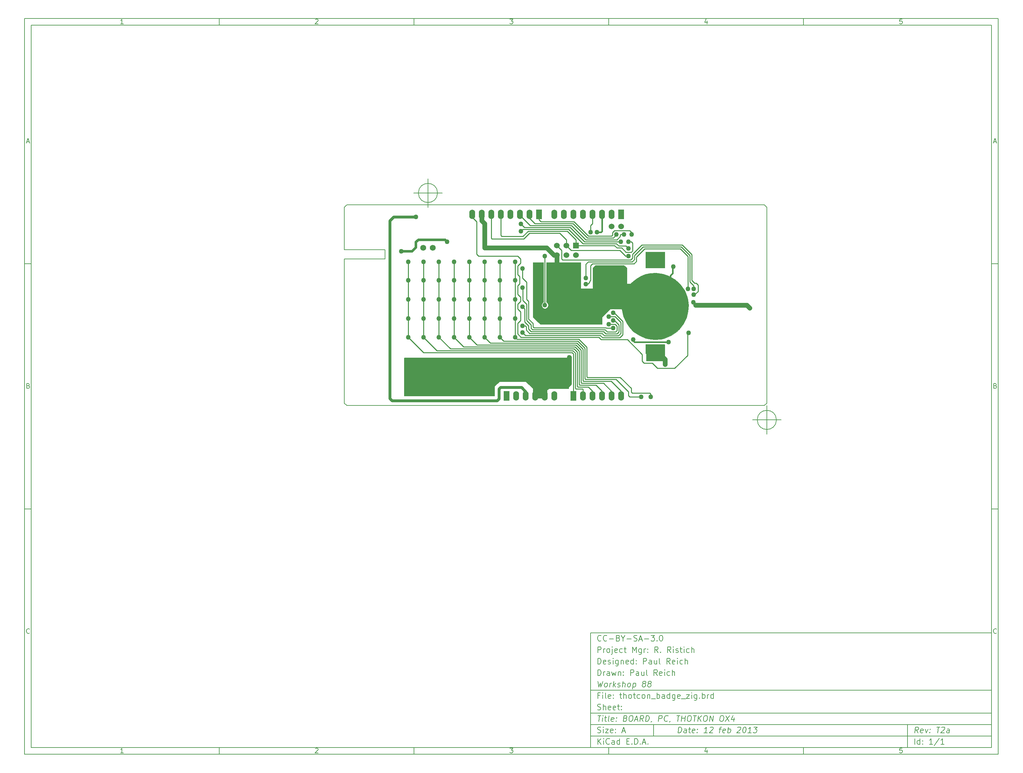
<source format=gbl>
G04 (created by PCBNEW (2012-11-15 BZR 3804)-stable) date Tue 12 Feb 2013 01:01:18 CST*
%MOIN*%
G04 Gerber Fmt 3.4, Leading zero omitted, Abs format*
%FSLAX34Y34*%
G01*
G70*
G90*
G04 APERTURE LIST*
%ADD10C,0.006*%
%ADD11C,0.00590551*%
%ADD12R,0.045X0.045*%
%ADD13R,0.095X0.045*%
%ADD14R,0.045X0.095*%
%ADD15R,0.2X0.1*%
%ADD16C,0.06*%
%ADD17C,0.062*%
%ADD18R,0.06X0.1*%
%ADD19O,0.06X0.1*%
%ADD20R,0.06X0.06*%
%ADD21C,0.05*%
%ADD22C,0.015*%
%ADD23C,0.03*%
%ADD24C,0.01*%
%ADD25C,0.05*%
%ADD26C,0.025*%
%ADD27C,0.009*%
%ADD28C,0.002*%
%ADD29C,0.005*%
G04 APERTURE END LIST*
G54D10*
X-38750Y36250D02*
X63250Y36250D01*
X63250Y-40750D01*
X-38750Y-40750D01*
X-38750Y36250D01*
X-38050Y35550D02*
X62550Y35550D01*
X62550Y-40050D01*
X-38050Y-40050D01*
X-38050Y35550D01*
X-18350Y36250D02*
X-18350Y35550D01*
X-28407Y35697D02*
X-28692Y35697D01*
X-28550Y35697D02*
X-28550Y36197D01*
X-28597Y36126D01*
X-28645Y36078D01*
X-28692Y36054D01*
X-18350Y-40750D02*
X-18350Y-40050D01*
X-28407Y-40602D02*
X-28692Y-40602D01*
X-28550Y-40602D02*
X-28550Y-40102D01*
X-28597Y-40173D01*
X-28645Y-40221D01*
X-28692Y-40245D01*
X2050Y36250D02*
X2050Y35550D01*
X-8292Y36150D02*
X-8269Y36173D01*
X-8221Y36197D01*
X-8102Y36197D01*
X-8054Y36173D01*
X-8030Y36150D01*
X-8007Y36102D01*
X-8007Y36054D01*
X-8030Y35983D01*
X-8316Y35697D01*
X-8007Y35697D01*
X2050Y-40750D02*
X2050Y-40050D01*
X-8292Y-40150D02*
X-8269Y-40126D01*
X-8221Y-40102D01*
X-8102Y-40102D01*
X-8054Y-40126D01*
X-8030Y-40150D01*
X-8007Y-40197D01*
X-8007Y-40245D01*
X-8030Y-40316D01*
X-8316Y-40602D01*
X-8007Y-40602D01*
X22450Y36250D02*
X22450Y35550D01*
X12083Y36197D02*
X12392Y36197D01*
X12226Y36007D01*
X12297Y36007D01*
X12345Y35983D01*
X12369Y35959D01*
X12392Y35911D01*
X12392Y35792D01*
X12369Y35745D01*
X12345Y35721D01*
X12297Y35697D01*
X12154Y35697D01*
X12107Y35721D01*
X12083Y35745D01*
X22450Y-40750D02*
X22450Y-40050D01*
X12083Y-40102D02*
X12392Y-40102D01*
X12226Y-40292D01*
X12297Y-40292D01*
X12345Y-40316D01*
X12369Y-40340D01*
X12392Y-40388D01*
X12392Y-40507D01*
X12369Y-40554D01*
X12345Y-40578D01*
X12297Y-40602D01*
X12154Y-40602D01*
X12107Y-40578D01*
X12083Y-40554D01*
X42850Y36250D02*
X42850Y35550D01*
X32745Y36030D02*
X32745Y35697D01*
X32626Y36221D02*
X32507Y35864D01*
X32816Y35864D01*
X42850Y-40750D02*
X42850Y-40050D01*
X32745Y-40269D02*
X32745Y-40602D01*
X32626Y-40078D02*
X32507Y-40435D01*
X32816Y-40435D01*
X53169Y36197D02*
X52930Y36197D01*
X52907Y35959D01*
X52930Y35983D01*
X52978Y36007D01*
X53097Y36007D01*
X53145Y35983D01*
X53169Y35959D01*
X53192Y35911D01*
X53192Y35792D01*
X53169Y35745D01*
X53145Y35721D01*
X53097Y35697D01*
X52978Y35697D01*
X52930Y35721D01*
X52907Y35745D01*
X53169Y-40102D02*
X52930Y-40102D01*
X52907Y-40340D01*
X52930Y-40316D01*
X52978Y-40292D01*
X53097Y-40292D01*
X53145Y-40316D01*
X53169Y-40340D01*
X53192Y-40388D01*
X53192Y-40507D01*
X53169Y-40554D01*
X53145Y-40578D01*
X53097Y-40602D01*
X52978Y-40602D01*
X52930Y-40578D01*
X52907Y-40554D01*
X-38750Y10590D02*
X-38050Y10590D01*
X-38519Y23360D02*
X-38280Y23360D01*
X-38566Y23217D02*
X-38399Y23717D01*
X-38233Y23217D01*
X63250Y10590D02*
X62550Y10590D01*
X62780Y23360D02*
X63019Y23360D01*
X62733Y23217D02*
X62900Y23717D01*
X63066Y23217D01*
X-38750Y-15070D02*
X-38050Y-15070D01*
X-38364Y-2180D02*
X-38292Y-2204D01*
X-38269Y-2228D01*
X-38245Y-2275D01*
X-38245Y-2347D01*
X-38269Y-2394D01*
X-38292Y-2418D01*
X-38340Y-2442D01*
X-38530Y-2442D01*
X-38530Y-1942D01*
X-38364Y-1942D01*
X-38316Y-1966D01*
X-38292Y-1990D01*
X-38269Y-2037D01*
X-38269Y-2085D01*
X-38292Y-2132D01*
X-38316Y-2156D01*
X-38364Y-2180D01*
X-38530Y-2180D01*
X63250Y-15070D02*
X62550Y-15070D01*
X62935Y-2180D02*
X63007Y-2204D01*
X63030Y-2228D01*
X63054Y-2275D01*
X63054Y-2347D01*
X63030Y-2394D01*
X63007Y-2418D01*
X62959Y-2442D01*
X62769Y-2442D01*
X62769Y-1942D01*
X62935Y-1942D01*
X62983Y-1966D01*
X63007Y-1990D01*
X63030Y-2037D01*
X63030Y-2085D01*
X63007Y-2132D01*
X62983Y-2156D01*
X62935Y-2180D01*
X62769Y-2180D01*
X-38245Y-28054D02*
X-38269Y-28078D01*
X-38340Y-28102D01*
X-38388Y-28102D01*
X-38459Y-28078D01*
X-38507Y-28030D01*
X-38530Y-27983D01*
X-38554Y-27888D01*
X-38554Y-27816D01*
X-38530Y-27721D01*
X-38507Y-27673D01*
X-38459Y-27626D01*
X-38388Y-27602D01*
X-38340Y-27602D01*
X-38269Y-27626D01*
X-38245Y-27650D01*
X63054Y-28054D02*
X63030Y-28078D01*
X62959Y-28102D01*
X62911Y-28102D01*
X62840Y-28078D01*
X62792Y-28030D01*
X62769Y-27983D01*
X62745Y-27888D01*
X62745Y-27816D01*
X62769Y-27721D01*
X62792Y-27673D01*
X62840Y-27626D01*
X62911Y-27602D01*
X62959Y-27602D01*
X63030Y-27626D01*
X63054Y-27650D01*
X29700Y-38492D02*
X29775Y-37892D01*
X29917Y-37892D01*
X30000Y-37921D01*
X30050Y-37978D01*
X30071Y-38035D01*
X30085Y-38150D01*
X30075Y-38235D01*
X30032Y-38350D01*
X29996Y-38407D01*
X29932Y-38464D01*
X29842Y-38492D01*
X29700Y-38492D01*
X30557Y-38492D02*
X30596Y-38178D01*
X30575Y-38121D01*
X30521Y-38092D01*
X30407Y-38092D01*
X30346Y-38121D01*
X30560Y-38464D02*
X30500Y-38492D01*
X30357Y-38492D01*
X30303Y-38464D01*
X30282Y-38407D01*
X30289Y-38350D01*
X30325Y-38292D01*
X30385Y-38264D01*
X30528Y-38264D01*
X30589Y-38235D01*
X30807Y-38092D02*
X31035Y-38092D01*
X30917Y-37892D02*
X30853Y-38407D01*
X30875Y-38464D01*
X30928Y-38492D01*
X30985Y-38492D01*
X31417Y-38464D02*
X31357Y-38492D01*
X31242Y-38492D01*
X31189Y-38464D01*
X31167Y-38407D01*
X31196Y-38178D01*
X31232Y-38121D01*
X31292Y-38092D01*
X31407Y-38092D01*
X31460Y-38121D01*
X31482Y-38178D01*
X31475Y-38235D01*
X31182Y-38292D01*
X31707Y-38435D02*
X31732Y-38464D01*
X31700Y-38492D01*
X31675Y-38464D01*
X31707Y-38435D01*
X31700Y-38492D01*
X31746Y-38121D02*
X31771Y-38150D01*
X31739Y-38178D01*
X31714Y-38150D01*
X31746Y-38121D01*
X31739Y-38178D01*
X32757Y-38492D02*
X32414Y-38492D01*
X32585Y-38492D02*
X32660Y-37892D01*
X32592Y-37978D01*
X32528Y-38035D01*
X32467Y-38064D01*
X33053Y-37950D02*
X33085Y-37921D01*
X33146Y-37892D01*
X33289Y-37892D01*
X33342Y-37921D01*
X33367Y-37950D01*
X33389Y-38007D01*
X33382Y-38064D01*
X33342Y-38150D01*
X32957Y-38492D01*
X33328Y-38492D01*
X34007Y-38092D02*
X34235Y-38092D01*
X34042Y-38492D02*
X34107Y-37978D01*
X34142Y-37921D01*
X34203Y-37892D01*
X34260Y-37892D01*
X34617Y-38464D02*
X34557Y-38492D01*
X34442Y-38492D01*
X34389Y-38464D01*
X34367Y-38407D01*
X34396Y-38178D01*
X34432Y-38121D01*
X34492Y-38092D01*
X34607Y-38092D01*
X34660Y-38121D01*
X34682Y-38178D01*
X34675Y-38235D01*
X34382Y-38292D01*
X34900Y-38492D02*
X34975Y-37892D01*
X34946Y-38121D02*
X35007Y-38092D01*
X35121Y-38092D01*
X35175Y-38121D01*
X35200Y-38150D01*
X35221Y-38207D01*
X35200Y-38378D01*
X35164Y-38435D01*
X35132Y-38464D01*
X35071Y-38492D01*
X34957Y-38492D01*
X34903Y-38464D01*
X35939Y-37950D02*
X35971Y-37921D01*
X36032Y-37892D01*
X36175Y-37892D01*
X36228Y-37921D01*
X36253Y-37950D01*
X36275Y-38007D01*
X36267Y-38064D01*
X36228Y-38150D01*
X35842Y-38492D01*
X36214Y-38492D01*
X36660Y-37892D02*
X36717Y-37892D01*
X36771Y-37921D01*
X36796Y-37950D01*
X36817Y-38007D01*
X36832Y-38121D01*
X36814Y-38264D01*
X36771Y-38378D01*
X36735Y-38435D01*
X36703Y-38464D01*
X36642Y-38492D01*
X36585Y-38492D01*
X36532Y-38464D01*
X36507Y-38435D01*
X36485Y-38378D01*
X36471Y-38264D01*
X36489Y-38121D01*
X36532Y-38007D01*
X36567Y-37950D01*
X36600Y-37921D01*
X36660Y-37892D01*
X37357Y-38492D02*
X37014Y-38492D01*
X37185Y-38492D02*
X37260Y-37892D01*
X37192Y-37978D01*
X37128Y-38035D01*
X37067Y-38064D01*
X37632Y-37892D02*
X38003Y-37892D01*
X37775Y-38121D01*
X37860Y-38121D01*
X37914Y-38150D01*
X37939Y-38178D01*
X37960Y-38235D01*
X37942Y-38378D01*
X37907Y-38435D01*
X37875Y-38464D01*
X37814Y-38492D01*
X37642Y-38492D01*
X37589Y-38464D01*
X37564Y-38435D01*
X21292Y-39692D02*
X21292Y-39092D01*
X21635Y-39692D02*
X21378Y-39350D01*
X21635Y-39092D02*
X21292Y-39435D01*
X21892Y-39692D02*
X21892Y-39292D01*
X21892Y-39092D02*
X21864Y-39121D01*
X21892Y-39150D01*
X21921Y-39121D01*
X21892Y-39092D01*
X21892Y-39150D01*
X22521Y-39635D02*
X22492Y-39664D01*
X22407Y-39692D01*
X22350Y-39692D01*
X22264Y-39664D01*
X22207Y-39607D01*
X22178Y-39550D01*
X22150Y-39435D01*
X22150Y-39350D01*
X22178Y-39235D01*
X22207Y-39178D01*
X22264Y-39121D01*
X22350Y-39092D01*
X22407Y-39092D01*
X22492Y-39121D01*
X22521Y-39150D01*
X23035Y-39692D02*
X23035Y-39378D01*
X23007Y-39321D01*
X22950Y-39292D01*
X22835Y-39292D01*
X22778Y-39321D01*
X23035Y-39664D02*
X22978Y-39692D01*
X22835Y-39692D01*
X22778Y-39664D01*
X22750Y-39607D01*
X22750Y-39550D01*
X22778Y-39492D01*
X22835Y-39464D01*
X22978Y-39464D01*
X23035Y-39435D01*
X23578Y-39692D02*
X23578Y-39092D01*
X23578Y-39664D02*
X23521Y-39692D01*
X23407Y-39692D01*
X23350Y-39664D01*
X23321Y-39635D01*
X23292Y-39578D01*
X23292Y-39407D01*
X23321Y-39350D01*
X23350Y-39321D01*
X23407Y-39292D01*
X23521Y-39292D01*
X23578Y-39321D01*
X24321Y-39378D02*
X24521Y-39378D01*
X24607Y-39692D02*
X24321Y-39692D01*
X24321Y-39092D01*
X24607Y-39092D01*
X24864Y-39635D02*
X24892Y-39664D01*
X24864Y-39692D01*
X24835Y-39664D01*
X24864Y-39635D01*
X24864Y-39692D01*
X25149Y-39692D02*
X25149Y-39092D01*
X25292Y-39092D01*
X25378Y-39121D01*
X25435Y-39178D01*
X25464Y-39235D01*
X25492Y-39350D01*
X25492Y-39435D01*
X25464Y-39550D01*
X25435Y-39607D01*
X25378Y-39664D01*
X25292Y-39692D01*
X25149Y-39692D01*
X25749Y-39635D02*
X25778Y-39664D01*
X25749Y-39692D01*
X25721Y-39664D01*
X25749Y-39635D01*
X25749Y-39692D01*
X26007Y-39521D02*
X26292Y-39521D01*
X25949Y-39692D02*
X26149Y-39092D01*
X26349Y-39692D01*
X26549Y-39635D02*
X26578Y-39664D01*
X26549Y-39692D01*
X26521Y-39664D01*
X26549Y-39635D01*
X26549Y-39692D01*
X54842Y-38492D02*
X54678Y-38207D01*
X54500Y-38492D02*
X54575Y-37892D01*
X54803Y-37892D01*
X54857Y-37921D01*
X54882Y-37950D01*
X54903Y-38007D01*
X54892Y-38092D01*
X54857Y-38150D01*
X54825Y-38178D01*
X54764Y-38207D01*
X54535Y-38207D01*
X55332Y-38464D02*
X55271Y-38492D01*
X55157Y-38492D01*
X55103Y-38464D01*
X55082Y-38407D01*
X55110Y-38178D01*
X55146Y-38121D01*
X55207Y-38092D01*
X55321Y-38092D01*
X55375Y-38121D01*
X55396Y-38178D01*
X55389Y-38235D01*
X55096Y-38292D01*
X55607Y-38092D02*
X55700Y-38492D01*
X55892Y-38092D01*
X56078Y-38435D02*
X56103Y-38464D01*
X56071Y-38492D01*
X56046Y-38464D01*
X56078Y-38435D01*
X56071Y-38492D01*
X56117Y-38121D02*
X56142Y-38150D01*
X56110Y-38178D01*
X56085Y-38150D01*
X56117Y-38121D01*
X56110Y-38178D01*
X56803Y-37892D02*
X57146Y-37892D01*
X56900Y-38492D02*
X56975Y-37892D01*
X57310Y-37950D02*
X57342Y-37921D01*
X57403Y-37892D01*
X57546Y-37892D01*
X57600Y-37921D01*
X57625Y-37950D01*
X57646Y-38007D01*
X57639Y-38064D01*
X57600Y-38150D01*
X57214Y-38492D01*
X57585Y-38492D01*
X58100Y-38492D02*
X58139Y-38178D01*
X58117Y-38121D01*
X58064Y-38092D01*
X57950Y-38092D01*
X57889Y-38121D01*
X58103Y-38464D02*
X58042Y-38492D01*
X57900Y-38492D01*
X57846Y-38464D01*
X57825Y-38407D01*
X57832Y-38350D01*
X57867Y-38292D01*
X57928Y-38264D01*
X58071Y-38264D01*
X58132Y-38235D01*
X21264Y-38464D02*
X21350Y-38492D01*
X21492Y-38492D01*
X21550Y-38464D01*
X21578Y-38435D01*
X21607Y-38378D01*
X21607Y-38321D01*
X21578Y-38264D01*
X21550Y-38235D01*
X21492Y-38207D01*
X21378Y-38178D01*
X21321Y-38150D01*
X21292Y-38121D01*
X21264Y-38064D01*
X21264Y-38007D01*
X21292Y-37950D01*
X21321Y-37921D01*
X21378Y-37892D01*
X21521Y-37892D01*
X21607Y-37921D01*
X21864Y-38492D02*
X21864Y-38092D01*
X21864Y-37892D02*
X21835Y-37921D01*
X21864Y-37950D01*
X21892Y-37921D01*
X21864Y-37892D01*
X21864Y-37950D01*
X22092Y-38092D02*
X22407Y-38092D01*
X22092Y-38492D01*
X22407Y-38492D01*
X22864Y-38464D02*
X22807Y-38492D01*
X22692Y-38492D01*
X22635Y-38464D01*
X22607Y-38407D01*
X22607Y-38178D01*
X22635Y-38121D01*
X22692Y-38092D01*
X22807Y-38092D01*
X22864Y-38121D01*
X22892Y-38178D01*
X22892Y-38235D01*
X22607Y-38292D01*
X23150Y-38435D02*
X23178Y-38464D01*
X23150Y-38492D01*
X23121Y-38464D01*
X23150Y-38435D01*
X23150Y-38492D01*
X23150Y-38121D02*
X23178Y-38150D01*
X23150Y-38178D01*
X23121Y-38150D01*
X23150Y-38121D01*
X23150Y-38178D01*
X23864Y-38321D02*
X24150Y-38321D01*
X23807Y-38492D02*
X24007Y-37892D01*
X24207Y-38492D01*
X54492Y-39692D02*
X54492Y-39092D01*
X55035Y-39692D02*
X55035Y-39092D01*
X55035Y-39664D02*
X54978Y-39692D01*
X54864Y-39692D01*
X54807Y-39664D01*
X54778Y-39635D01*
X54750Y-39578D01*
X54750Y-39407D01*
X54778Y-39350D01*
X54807Y-39321D01*
X54864Y-39292D01*
X54978Y-39292D01*
X55035Y-39321D01*
X55321Y-39635D02*
X55350Y-39664D01*
X55321Y-39692D01*
X55292Y-39664D01*
X55321Y-39635D01*
X55321Y-39692D01*
X55321Y-39321D02*
X55350Y-39350D01*
X55321Y-39378D01*
X55292Y-39350D01*
X55321Y-39321D01*
X55321Y-39378D01*
X56378Y-39692D02*
X56035Y-39692D01*
X56207Y-39692D02*
X56207Y-39092D01*
X56149Y-39178D01*
X56092Y-39235D01*
X56035Y-39264D01*
X57064Y-39064D02*
X56550Y-39835D01*
X57578Y-39692D02*
X57235Y-39692D01*
X57407Y-39692D02*
X57407Y-39092D01*
X57349Y-39178D01*
X57292Y-39235D01*
X57235Y-39264D01*
X21289Y-36692D02*
X21632Y-36692D01*
X21385Y-37292D02*
X21460Y-36692D01*
X21757Y-37292D02*
X21807Y-36892D01*
X21832Y-36692D02*
X21800Y-36721D01*
X21825Y-36750D01*
X21857Y-36721D01*
X21832Y-36692D01*
X21825Y-36750D01*
X22007Y-36892D02*
X22235Y-36892D01*
X22117Y-36692D02*
X22053Y-37207D01*
X22075Y-37264D01*
X22128Y-37292D01*
X22185Y-37292D01*
X22471Y-37292D02*
X22417Y-37264D01*
X22396Y-37207D01*
X22460Y-36692D01*
X22932Y-37264D02*
X22871Y-37292D01*
X22757Y-37292D01*
X22703Y-37264D01*
X22682Y-37207D01*
X22710Y-36978D01*
X22746Y-36921D01*
X22807Y-36892D01*
X22921Y-36892D01*
X22975Y-36921D01*
X22996Y-36978D01*
X22989Y-37035D01*
X22696Y-37092D01*
X23221Y-37235D02*
X23246Y-37264D01*
X23214Y-37292D01*
X23189Y-37264D01*
X23221Y-37235D01*
X23214Y-37292D01*
X23260Y-36921D02*
X23285Y-36950D01*
X23253Y-36978D01*
X23228Y-36950D01*
X23260Y-36921D01*
X23253Y-36978D01*
X24196Y-36978D02*
X24278Y-37007D01*
X24303Y-37035D01*
X24325Y-37092D01*
X24314Y-37178D01*
X24278Y-37235D01*
X24246Y-37264D01*
X24185Y-37292D01*
X23957Y-37292D01*
X24032Y-36692D01*
X24232Y-36692D01*
X24285Y-36721D01*
X24310Y-36750D01*
X24332Y-36807D01*
X24325Y-36864D01*
X24289Y-36921D01*
X24257Y-36950D01*
X24196Y-36978D01*
X23996Y-36978D01*
X24746Y-36692D02*
X24860Y-36692D01*
X24914Y-36721D01*
X24964Y-36778D01*
X24978Y-36892D01*
X24953Y-37092D01*
X24910Y-37207D01*
X24846Y-37264D01*
X24785Y-37292D01*
X24671Y-37292D01*
X24617Y-37264D01*
X24567Y-37207D01*
X24553Y-37092D01*
X24578Y-36892D01*
X24621Y-36778D01*
X24685Y-36721D01*
X24746Y-36692D01*
X25178Y-37121D02*
X25464Y-37121D01*
X25100Y-37292D02*
X25375Y-36692D01*
X25500Y-37292D01*
X26042Y-37292D02*
X25878Y-37007D01*
X25700Y-37292D02*
X25775Y-36692D01*
X26003Y-36692D01*
X26057Y-36721D01*
X26082Y-36750D01*
X26103Y-36807D01*
X26092Y-36892D01*
X26057Y-36950D01*
X26025Y-36978D01*
X25964Y-37007D01*
X25735Y-37007D01*
X26300Y-37292D02*
X26375Y-36692D01*
X26517Y-36692D01*
X26600Y-36721D01*
X26650Y-36778D01*
X26671Y-36835D01*
X26685Y-36950D01*
X26675Y-37035D01*
X26632Y-37150D01*
X26596Y-37207D01*
X26532Y-37264D01*
X26442Y-37292D01*
X26300Y-37292D01*
X26932Y-37264D02*
X26928Y-37292D01*
X26892Y-37350D01*
X26860Y-37378D01*
X27642Y-37292D02*
X27717Y-36692D01*
X27946Y-36692D01*
X27999Y-36721D01*
X28025Y-36750D01*
X28046Y-36807D01*
X28035Y-36892D01*
X28000Y-36950D01*
X27967Y-36978D01*
X27907Y-37007D01*
X27678Y-37007D01*
X28592Y-37235D02*
X28560Y-37264D01*
X28471Y-37292D01*
X28414Y-37292D01*
X28332Y-37264D01*
X28282Y-37207D01*
X28260Y-37150D01*
X28246Y-37035D01*
X28257Y-36950D01*
X28300Y-36835D01*
X28335Y-36778D01*
X28399Y-36721D01*
X28489Y-36692D01*
X28546Y-36692D01*
X28628Y-36721D01*
X28653Y-36750D01*
X28875Y-37264D02*
X28871Y-37292D01*
X28835Y-37350D01*
X28803Y-37378D01*
X29575Y-36692D02*
X29917Y-36692D01*
X29671Y-37292D02*
X29746Y-36692D01*
X30042Y-37292D02*
X30117Y-36692D01*
X30082Y-36978D02*
X30425Y-36978D01*
X30385Y-37292D02*
X30460Y-36692D01*
X30860Y-36692D02*
X30975Y-36692D01*
X31028Y-36721D01*
X31078Y-36778D01*
X31092Y-36892D01*
X31067Y-37092D01*
X31024Y-37207D01*
X30960Y-37264D01*
X30900Y-37292D01*
X30785Y-37292D01*
X30732Y-37264D01*
X30682Y-37207D01*
X30667Y-37092D01*
X30692Y-36892D01*
X30735Y-36778D01*
X30799Y-36721D01*
X30860Y-36692D01*
X31289Y-36692D02*
X31632Y-36692D01*
X31385Y-37292D02*
X31460Y-36692D01*
X31757Y-37292D02*
X31832Y-36692D01*
X32099Y-37292D02*
X31885Y-36950D01*
X32174Y-36692D02*
X31789Y-37035D01*
X32546Y-36692D02*
X32660Y-36692D01*
X32714Y-36721D01*
X32764Y-36778D01*
X32778Y-36892D01*
X32753Y-37092D01*
X32710Y-37207D01*
X32646Y-37264D01*
X32585Y-37292D01*
X32471Y-37292D01*
X32417Y-37264D01*
X32367Y-37207D01*
X32353Y-37092D01*
X32378Y-36892D01*
X32421Y-36778D01*
X32485Y-36721D01*
X32546Y-36692D01*
X32985Y-37292D02*
X33060Y-36692D01*
X33328Y-37292D01*
X33403Y-36692D01*
X34260Y-36692D02*
X34374Y-36692D01*
X34428Y-36721D01*
X34478Y-36778D01*
X34492Y-36892D01*
X34467Y-37092D01*
X34424Y-37207D01*
X34360Y-37264D01*
X34299Y-37292D01*
X34185Y-37292D01*
X34132Y-37264D01*
X34082Y-37207D01*
X34067Y-37092D01*
X34092Y-36892D01*
X34135Y-36778D01*
X34199Y-36721D01*
X34260Y-36692D01*
X34717Y-36692D02*
X35042Y-37292D01*
X35117Y-36692D02*
X34642Y-37292D01*
X35578Y-36892D02*
X35528Y-37292D01*
X35464Y-36664D02*
X35267Y-37092D01*
X35639Y-37092D01*
X21492Y-34578D02*
X21292Y-34578D01*
X21292Y-34892D02*
X21292Y-34292D01*
X21578Y-34292D01*
X21807Y-34892D02*
X21807Y-34492D01*
X21807Y-34292D02*
X21778Y-34321D01*
X21807Y-34350D01*
X21835Y-34321D01*
X21807Y-34292D01*
X21807Y-34350D01*
X22178Y-34892D02*
X22121Y-34864D01*
X22092Y-34807D01*
X22092Y-34292D01*
X22635Y-34864D02*
X22578Y-34892D01*
X22464Y-34892D01*
X22407Y-34864D01*
X22378Y-34807D01*
X22378Y-34578D01*
X22407Y-34521D01*
X22464Y-34492D01*
X22578Y-34492D01*
X22635Y-34521D01*
X22664Y-34578D01*
X22664Y-34635D01*
X22378Y-34692D01*
X22921Y-34835D02*
X22950Y-34864D01*
X22921Y-34892D01*
X22892Y-34864D01*
X22921Y-34835D01*
X22921Y-34892D01*
X22921Y-34521D02*
X22950Y-34550D01*
X22921Y-34578D01*
X22892Y-34550D01*
X22921Y-34521D01*
X22921Y-34578D01*
X23578Y-34492D02*
X23807Y-34492D01*
X23664Y-34292D02*
X23664Y-34807D01*
X23692Y-34864D01*
X23750Y-34892D01*
X23807Y-34892D01*
X24007Y-34892D02*
X24007Y-34292D01*
X24264Y-34892D02*
X24264Y-34578D01*
X24235Y-34521D01*
X24178Y-34492D01*
X24092Y-34492D01*
X24035Y-34521D01*
X24007Y-34550D01*
X24635Y-34892D02*
X24578Y-34864D01*
X24550Y-34835D01*
X24521Y-34778D01*
X24521Y-34607D01*
X24550Y-34550D01*
X24578Y-34521D01*
X24635Y-34492D01*
X24721Y-34492D01*
X24778Y-34521D01*
X24807Y-34550D01*
X24835Y-34607D01*
X24835Y-34778D01*
X24807Y-34835D01*
X24778Y-34864D01*
X24721Y-34892D01*
X24635Y-34892D01*
X25007Y-34492D02*
X25235Y-34492D01*
X25092Y-34292D02*
X25092Y-34807D01*
X25121Y-34864D01*
X25178Y-34892D01*
X25235Y-34892D01*
X25692Y-34864D02*
X25635Y-34892D01*
X25521Y-34892D01*
X25464Y-34864D01*
X25435Y-34835D01*
X25407Y-34778D01*
X25407Y-34607D01*
X25435Y-34550D01*
X25464Y-34521D01*
X25521Y-34492D01*
X25635Y-34492D01*
X25692Y-34521D01*
X26035Y-34892D02*
X25978Y-34864D01*
X25950Y-34835D01*
X25921Y-34778D01*
X25921Y-34607D01*
X25950Y-34550D01*
X25978Y-34521D01*
X26035Y-34492D01*
X26121Y-34492D01*
X26178Y-34521D01*
X26207Y-34550D01*
X26235Y-34607D01*
X26235Y-34778D01*
X26207Y-34835D01*
X26178Y-34864D01*
X26121Y-34892D01*
X26035Y-34892D01*
X26492Y-34492D02*
X26492Y-34892D01*
X26492Y-34550D02*
X26521Y-34521D01*
X26578Y-34492D01*
X26664Y-34492D01*
X26721Y-34521D01*
X26750Y-34578D01*
X26750Y-34892D01*
X26892Y-34950D02*
X27350Y-34950D01*
X27492Y-34892D02*
X27492Y-34292D01*
X27492Y-34521D02*
X27550Y-34492D01*
X27664Y-34492D01*
X27721Y-34521D01*
X27750Y-34550D01*
X27778Y-34607D01*
X27778Y-34778D01*
X27750Y-34835D01*
X27721Y-34864D01*
X27664Y-34892D01*
X27550Y-34892D01*
X27492Y-34864D01*
X28292Y-34892D02*
X28292Y-34578D01*
X28264Y-34521D01*
X28207Y-34492D01*
X28092Y-34492D01*
X28035Y-34521D01*
X28292Y-34864D02*
X28235Y-34892D01*
X28092Y-34892D01*
X28035Y-34864D01*
X28007Y-34807D01*
X28007Y-34750D01*
X28035Y-34692D01*
X28092Y-34664D01*
X28235Y-34664D01*
X28292Y-34635D01*
X28835Y-34892D02*
X28835Y-34292D01*
X28835Y-34864D02*
X28778Y-34892D01*
X28664Y-34892D01*
X28607Y-34864D01*
X28578Y-34835D01*
X28550Y-34778D01*
X28550Y-34607D01*
X28578Y-34550D01*
X28607Y-34521D01*
X28664Y-34492D01*
X28778Y-34492D01*
X28835Y-34521D01*
X29378Y-34492D02*
X29378Y-34978D01*
X29350Y-35035D01*
X29321Y-35064D01*
X29264Y-35092D01*
X29178Y-35092D01*
X29121Y-35064D01*
X29378Y-34864D02*
X29321Y-34892D01*
X29207Y-34892D01*
X29150Y-34864D01*
X29121Y-34835D01*
X29092Y-34778D01*
X29092Y-34607D01*
X29121Y-34550D01*
X29150Y-34521D01*
X29207Y-34492D01*
X29321Y-34492D01*
X29378Y-34521D01*
X29892Y-34864D02*
X29835Y-34892D01*
X29721Y-34892D01*
X29664Y-34864D01*
X29635Y-34807D01*
X29635Y-34578D01*
X29664Y-34521D01*
X29721Y-34492D01*
X29835Y-34492D01*
X29892Y-34521D01*
X29921Y-34578D01*
X29921Y-34635D01*
X29635Y-34692D01*
X30035Y-34950D02*
X30492Y-34950D01*
X30578Y-34492D02*
X30892Y-34492D01*
X30578Y-34892D01*
X30892Y-34892D01*
X31121Y-34892D02*
X31121Y-34492D01*
X31121Y-34292D02*
X31092Y-34321D01*
X31121Y-34350D01*
X31150Y-34321D01*
X31121Y-34292D01*
X31121Y-34350D01*
X31664Y-34492D02*
X31664Y-34978D01*
X31635Y-35035D01*
X31607Y-35064D01*
X31549Y-35092D01*
X31464Y-35092D01*
X31407Y-35064D01*
X31664Y-34864D02*
X31607Y-34892D01*
X31492Y-34892D01*
X31435Y-34864D01*
X31407Y-34835D01*
X31378Y-34778D01*
X31378Y-34607D01*
X31407Y-34550D01*
X31435Y-34521D01*
X31492Y-34492D01*
X31607Y-34492D01*
X31664Y-34521D01*
X31949Y-34835D02*
X31978Y-34864D01*
X31949Y-34892D01*
X31921Y-34864D01*
X31949Y-34835D01*
X31949Y-34892D01*
X32235Y-34892D02*
X32235Y-34292D01*
X32235Y-34521D02*
X32292Y-34492D01*
X32407Y-34492D01*
X32464Y-34521D01*
X32492Y-34550D01*
X32521Y-34607D01*
X32521Y-34778D01*
X32492Y-34835D01*
X32464Y-34864D01*
X32407Y-34892D01*
X32292Y-34892D01*
X32235Y-34864D01*
X32778Y-34892D02*
X32778Y-34492D01*
X32778Y-34607D02*
X32807Y-34550D01*
X32835Y-34521D01*
X32892Y-34492D01*
X32949Y-34492D01*
X33407Y-34892D02*
X33407Y-34292D01*
X33407Y-34864D02*
X33349Y-34892D01*
X33235Y-34892D01*
X33178Y-34864D01*
X33149Y-34835D01*
X33121Y-34778D01*
X33121Y-34607D01*
X33149Y-34550D01*
X33178Y-34521D01*
X33235Y-34492D01*
X33349Y-34492D01*
X33407Y-34521D01*
X21264Y-36064D02*
X21350Y-36092D01*
X21492Y-36092D01*
X21550Y-36064D01*
X21578Y-36035D01*
X21607Y-35978D01*
X21607Y-35921D01*
X21578Y-35864D01*
X21550Y-35835D01*
X21492Y-35807D01*
X21378Y-35778D01*
X21321Y-35750D01*
X21292Y-35721D01*
X21264Y-35664D01*
X21264Y-35607D01*
X21292Y-35550D01*
X21321Y-35521D01*
X21378Y-35492D01*
X21521Y-35492D01*
X21607Y-35521D01*
X21864Y-36092D02*
X21864Y-35492D01*
X22121Y-36092D02*
X22121Y-35778D01*
X22092Y-35721D01*
X22035Y-35692D01*
X21950Y-35692D01*
X21892Y-35721D01*
X21864Y-35750D01*
X22635Y-36064D02*
X22578Y-36092D01*
X22464Y-36092D01*
X22407Y-36064D01*
X22378Y-36007D01*
X22378Y-35778D01*
X22407Y-35721D01*
X22464Y-35692D01*
X22578Y-35692D01*
X22635Y-35721D01*
X22664Y-35778D01*
X22664Y-35835D01*
X22378Y-35892D01*
X23150Y-36064D02*
X23092Y-36092D01*
X22978Y-36092D01*
X22921Y-36064D01*
X22892Y-36007D01*
X22892Y-35778D01*
X22921Y-35721D01*
X22978Y-35692D01*
X23092Y-35692D01*
X23150Y-35721D01*
X23178Y-35778D01*
X23178Y-35835D01*
X22892Y-35892D01*
X23350Y-35692D02*
X23578Y-35692D01*
X23435Y-35492D02*
X23435Y-36007D01*
X23464Y-36064D01*
X23521Y-36092D01*
X23578Y-36092D01*
X23778Y-36035D02*
X23807Y-36064D01*
X23778Y-36092D01*
X23750Y-36064D01*
X23778Y-36035D01*
X23778Y-36092D01*
X23778Y-35721D02*
X23807Y-35750D01*
X23778Y-35778D01*
X23750Y-35750D01*
X23778Y-35721D01*
X23778Y-35778D01*
X21317Y-33092D02*
X21385Y-33692D01*
X21553Y-33264D01*
X21614Y-33692D01*
X21832Y-33092D01*
X22071Y-33692D02*
X22017Y-33664D01*
X21992Y-33635D01*
X21971Y-33578D01*
X21992Y-33407D01*
X22028Y-33350D01*
X22060Y-33321D01*
X22121Y-33292D01*
X22207Y-33292D01*
X22260Y-33321D01*
X22285Y-33350D01*
X22307Y-33407D01*
X22285Y-33578D01*
X22250Y-33635D01*
X22217Y-33664D01*
X22157Y-33692D01*
X22071Y-33692D01*
X22528Y-33692D02*
X22578Y-33292D01*
X22564Y-33407D02*
X22600Y-33350D01*
X22632Y-33321D01*
X22692Y-33292D01*
X22750Y-33292D01*
X22900Y-33692D02*
X22975Y-33092D01*
X22985Y-33464D02*
X23128Y-33692D01*
X23178Y-33292D02*
X22921Y-33521D01*
X23360Y-33664D02*
X23414Y-33692D01*
X23528Y-33692D01*
X23589Y-33664D01*
X23625Y-33607D01*
X23628Y-33578D01*
X23607Y-33521D01*
X23553Y-33492D01*
X23467Y-33492D01*
X23414Y-33464D01*
X23392Y-33407D01*
X23396Y-33378D01*
X23432Y-33321D01*
X23492Y-33292D01*
X23578Y-33292D01*
X23632Y-33321D01*
X23871Y-33692D02*
X23946Y-33092D01*
X24128Y-33692D02*
X24167Y-33378D01*
X24146Y-33321D01*
X24092Y-33292D01*
X24007Y-33292D01*
X23946Y-33321D01*
X23914Y-33350D01*
X24499Y-33692D02*
X24446Y-33664D01*
X24421Y-33635D01*
X24400Y-33578D01*
X24421Y-33407D01*
X24457Y-33350D01*
X24489Y-33321D01*
X24549Y-33292D01*
X24635Y-33292D01*
X24689Y-33321D01*
X24714Y-33350D01*
X24735Y-33407D01*
X24714Y-33578D01*
X24678Y-33635D01*
X24646Y-33664D01*
X24585Y-33692D01*
X24499Y-33692D01*
X25007Y-33292D02*
X24932Y-33892D01*
X25003Y-33321D02*
X25064Y-33292D01*
X25178Y-33292D01*
X25232Y-33321D01*
X25257Y-33350D01*
X25278Y-33407D01*
X25257Y-33578D01*
X25221Y-33635D01*
X25189Y-33664D01*
X25128Y-33692D01*
X25014Y-33692D01*
X24960Y-33664D01*
X26085Y-33350D02*
X26032Y-33321D01*
X26007Y-33292D01*
X25985Y-33235D01*
X25989Y-33207D01*
X26024Y-33150D01*
X26057Y-33121D01*
X26117Y-33092D01*
X26232Y-33092D01*
X26285Y-33121D01*
X26310Y-33150D01*
X26332Y-33207D01*
X26328Y-33235D01*
X26292Y-33292D01*
X26260Y-33321D01*
X26199Y-33350D01*
X26085Y-33350D01*
X26025Y-33378D01*
X25992Y-33407D01*
X25957Y-33464D01*
X25942Y-33578D01*
X25964Y-33635D01*
X25989Y-33664D01*
X26042Y-33692D01*
X26157Y-33692D01*
X26217Y-33664D01*
X26249Y-33635D01*
X26285Y-33578D01*
X26299Y-33464D01*
X26278Y-33407D01*
X26253Y-33378D01*
X26199Y-33350D01*
X26657Y-33350D02*
X26603Y-33321D01*
X26578Y-33292D01*
X26557Y-33235D01*
X26560Y-33207D01*
X26596Y-33150D01*
X26628Y-33121D01*
X26689Y-33092D01*
X26803Y-33092D01*
X26857Y-33121D01*
X26882Y-33150D01*
X26903Y-33207D01*
X26900Y-33235D01*
X26864Y-33292D01*
X26832Y-33321D01*
X26771Y-33350D01*
X26657Y-33350D01*
X26596Y-33378D01*
X26564Y-33407D01*
X26528Y-33464D01*
X26514Y-33578D01*
X26535Y-33635D01*
X26560Y-33664D01*
X26614Y-33692D01*
X26728Y-33692D01*
X26789Y-33664D01*
X26821Y-33635D01*
X26857Y-33578D01*
X26871Y-33464D01*
X26849Y-33407D01*
X26825Y-33378D01*
X26771Y-33350D01*
X21292Y-32492D02*
X21292Y-31892D01*
X21435Y-31892D01*
X21521Y-31921D01*
X21578Y-31978D01*
X21607Y-32035D01*
X21635Y-32150D01*
X21635Y-32235D01*
X21607Y-32350D01*
X21578Y-32407D01*
X21521Y-32464D01*
X21435Y-32492D01*
X21292Y-32492D01*
X21892Y-32492D02*
X21892Y-32092D01*
X21892Y-32207D02*
X21921Y-32150D01*
X21950Y-32121D01*
X22007Y-32092D01*
X22064Y-32092D01*
X22521Y-32492D02*
X22521Y-32178D01*
X22492Y-32121D01*
X22435Y-32092D01*
X22321Y-32092D01*
X22264Y-32121D01*
X22521Y-32464D02*
X22464Y-32492D01*
X22321Y-32492D01*
X22264Y-32464D01*
X22235Y-32407D01*
X22235Y-32350D01*
X22264Y-32292D01*
X22321Y-32264D01*
X22464Y-32264D01*
X22521Y-32235D01*
X22750Y-32092D02*
X22864Y-32492D01*
X22978Y-32207D01*
X23092Y-32492D01*
X23207Y-32092D01*
X23435Y-32092D02*
X23435Y-32492D01*
X23435Y-32150D02*
X23464Y-32121D01*
X23521Y-32092D01*
X23607Y-32092D01*
X23664Y-32121D01*
X23692Y-32178D01*
X23692Y-32492D01*
X23978Y-32435D02*
X24007Y-32464D01*
X23978Y-32492D01*
X23950Y-32464D01*
X23978Y-32435D01*
X23978Y-32492D01*
X23978Y-32121D02*
X24007Y-32150D01*
X23978Y-32178D01*
X23950Y-32150D01*
X23978Y-32121D01*
X23978Y-32178D01*
X24721Y-32492D02*
X24721Y-31892D01*
X24950Y-31892D01*
X25007Y-31921D01*
X25035Y-31950D01*
X25064Y-32007D01*
X25064Y-32092D01*
X25035Y-32150D01*
X25007Y-32178D01*
X24950Y-32207D01*
X24721Y-32207D01*
X25578Y-32492D02*
X25578Y-32178D01*
X25550Y-32121D01*
X25492Y-32092D01*
X25378Y-32092D01*
X25321Y-32121D01*
X25578Y-32464D02*
X25521Y-32492D01*
X25378Y-32492D01*
X25321Y-32464D01*
X25292Y-32407D01*
X25292Y-32350D01*
X25321Y-32292D01*
X25378Y-32264D01*
X25521Y-32264D01*
X25578Y-32235D01*
X26121Y-32092D02*
X26121Y-32492D01*
X25864Y-32092D02*
X25864Y-32407D01*
X25892Y-32464D01*
X25949Y-32492D01*
X26035Y-32492D01*
X26092Y-32464D01*
X26121Y-32435D01*
X26492Y-32492D02*
X26435Y-32464D01*
X26407Y-32407D01*
X26407Y-31892D01*
X27521Y-32492D02*
X27321Y-32207D01*
X27178Y-32492D02*
X27178Y-31892D01*
X27407Y-31892D01*
X27464Y-31921D01*
X27492Y-31950D01*
X27521Y-32007D01*
X27521Y-32092D01*
X27492Y-32150D01*
X27464Y-32178D01*
X27407Y-32207D01*
X27178Y-32207D01*
X28007Y-32464D02*
X27950Y-32492D01*
X27835Y-32492D01*
X27778Y-32464D01*
X27750Y-32407D01*
X27750Y-32178D01*
X27778Y-32121D01*
X27835Y-32092D01*
X27950Y-32092D01*
X28007Y-32121D01*
X28035Y-32178D01*
X28035Y-32235D01*
X27750Y-32292D01*
X28292Y-32492D02*
X28292Y-32092D01*
X28292Y-31892D02*
X28264Y-31921D01*
X28292Y-31950D01*
X28321Y-31921D01*
X28292Y-31892D01*
X28292Y-31950D01*
X28835Y-32464D02*
X28778Y-32492D01*
X28664Y-32492D01*
X28607Y-32464D01*
X28578Y-32435D01*
X28550Y-32378D01*
X28550Y-32207D01*
X28578Y-32150D01*
X28607Y-32121D01*
X28664Y-32092D01*
X28778Y-32092D01*
X28835Y-32121D01*
X29092Y-32492D02*
X29092Y-31892D01*
X29350Y-32492D02*
X29350Y-32178D01*
X29321Y-32121D01*
X29264Y-32092D01*
X29178Y-32092D01*
X29121Y-32121D01*
X29092Y-32150D01*
X21292Y-31292D02*
X21292Y-30692D01*
X21435Y-30692D01*
X21521Y-30721D01*
X21578Y-30778D01*
X21607Y-30835D01*
X21635Y-30950D01*
X21635Y-31035D01*
X21607Y-31150D01*
X21578Y-31207D01*
X21521Y-31264D01*
X21435Y-31292D01*
X21292Y-31292D01*
X22121Y-31264D02*
X22064Y-31292D01*
X21950Y-31292D01*
X21892Y-31264D01*
X21864Y-31207D01*
X21864Y-30978D01*
X21892Y-30921D01*
X21950Y-30892D01*
X22064Y-30892D01*
X22121Y-30921D01*
X22150Y-30978D01*
X22150Y-31035D01*
X21864Y-31092D01*
X22378Y-31264D02*
X22435Y-31292D01*
X22550Y-31292D01*
X22607Y-31264D01*
X22635Y-31207D01*
X22635Y-31178D01*
X22607Y-31121D01*
X22550Y-31092D01*
X22464Y-31092D01*
X22407Y-31064D01*
X22378Y-31007D01*
X22378Y-30978D01*
X22407Y-30921D01*
X22464Y-30892D01*
X22550Y-30892D01*
X22607Y-30921D01*
X22892Y-31292D02*
X22892Y-30892D01*
X22892Y-30692D02*
X22864Y-30721D01*
X22892Y-30750D01*
X22921Y-30721D01*
X22892Y-30692D01*
X22892Y-30750D01*
X23435Y-30892D02*
X23435Y-31378D01*
X23407Y-31435D01*
X23378Y-31464D01*
X23321Y-31492D01*
X23235Y-31492D01*
X23178Y-31464D01*
X23435Y-31264D02*
X23378Y-31292D01*
X23264Y-31292D01*
X23207Y-31264D01*
X23178Y-31235D01*
X23150Y-31178D01*
X23150Y-31007D01*
X23178Y-30950D01*
X23207Y-30921D01*
X23264Y-30892D01*
X23378Y-30892D01*
X23435Y-30921D01*
X23721Y-30892D02*
X23721Y-31292D01*
X23721Y-30950D02*
X23750Y-30921D01*
X23807Y-30892D01*
X23892Y-30892D01*
X23950Y-30921D01*
X23978Y-30978D01*
X23978Y-31292D01*
X24492Y-31264D02*
X24435Y-31292D01*
X24321Y-31292D01*
X24264Y-31264D01*
X24235Y-31207D01*
X24235Y-30978D01*
X24264Y-30921D01*
X24321Y-30892D01*
X24435Y-30892D01*
X24492Y-30921D01*
X24521Y-30978D01*
X24521Y-31035D01*
X24235Y-31092D01*
X25035Y-31292D02*
X25035Y-30692D01*
X25035Y-31264D02*
X24978Y-31292D01*
X24864Y-31292D01*
X24807Y-31264D01*
X24778Y-31235D01*
X24750Y-31178D01*
X24750Y-31007D01*
X24778Y-30950D01*
X24807Y-30921D01*
X24864Y-30892D01*
X24978Y-30892D01*
X25035Y-30921D01*
X25321Y-31235D02*
X25350Y-31264D01*
X25321Y-31292D01*
X25292Y-31264D01*
X25321Y-31235D01*
X25321Y-31292D01*
X25321Y-30921D02*
X25350Y-30950D01*
X25321Y-30978D01*
X25292Y-30950D01*
X25321Y-30921D01*
X25321Y-30978D01*
X26064Y-31292D02*
X26064Y-30692D01*
X26292Y-30692D01*
X26349Y-30721D01*
X26378Y-30750D01*
X26407Y-30807D01*
X26407Y-30892D01*
X26378Y-30950D01*
X26349Y-30978D01*
X26292Y-31007D01*
X26064Y-31007D01*
X26921Y-31292D02*
X26921Y-30978D01*
X26892Y-30921D01*
X26835Y-30892D01*
X26721Y-30892D01*
X26664Y-30921D01*
X26921Y-31264D02*
X26864Y-31292D01*
X26721Y-31292D01*
X26664Y-31264D01*
X26635Y-31207D01*
X26635Y-31150D01*
X26664Y-31092D01*
X26721Y-31064D01*
X26864Y-31064D01*
X26921Y-31035D01*
X27464Y-30892D02*
X27464Y-31292D01*
X27207Y-30892D02*
X27207Y-31207D01*
X27235Y-31264D01*
X27292Y-31292D01*
X27378Y-31292D01*
X27435Y-31264D01*
X27464Y-31235D01*
X27835Y-31292D02*
X27778Y-31264D01*
X27749Y-31207D01*
X27749Y-30692D01*
X28864Y-31292D02*
X28664Y-31007D01*
X28521Y-31292D02*
X28521Y-30692D01*
X28750Y-30692D01*
X28807Y-30721D01*
X28835Y-30750D01*
X28864Y-30807D01*
X28864Y-30892D01*
X28835Y-30950D01*
X28807Y-30978D01*
X28750Y-31007D01*
X28521Y-31007D01*
X29350Y-31264D02*
X29292Y-31292D01*
X29178Y-31292D01*
X29121Y-31264D01*
X29092Y-31207D01*
X29092Y-30978D01*
X29121Y-30921D01*
X29178Y-30892D01*
X29292Y-30892D01*
X29350Y-30921D01*
X29378Y-30978D01*
X29378Y-31035D01*
X29092Y-31092D01*
X29635Y-31292D02*
X29635Y-30892D01*
X29635Y-30692D02*
X29607Y-30721D01*
X29635Y-30750D01*
X29664Y-30721D01*
X29635Y-30692D01*
X29635Y-30750D01*
X30178Y-31264D02*
X30121Y-31292D01*
X30007Y-31292D01*
X29950Y-31264D01*
X29921Y-31235D01*
X29892Y-31178D01*
X29892Y-31007D01*
X29921Y-30950D01*
X29950Y-30921D01*
X30007Y-30892D01*
X30121Y-30892D01*
X30178Y-30921D01*
X30435Y-31292D02*
X30435Y-30692D01*
X30692Y-31292D02*
X30692Y-30978D01*
X30664Y-30921D01*
X30607Y-30892D01*
X30521Y-30892D01*
X30464Y-30921D01*
X30435Y-30950D01*
X21292Y-30092D02*
X21292Y-29492D01*
X21521Y-29492D01*
X21578Y-29521D01*
X21607Y-29550D01*
X21635Y-29607D01*
X21635Y-29692D01*
X21607Y-29750D01*
X21578Y-29778D01*
X21521Y-29807D01*
X21292Y-29807D01*
X21892Y-30092D02*
X21892Y-29692D01*
X21892Y-29807D02*
X21921Y-29750D01*
X21950Y-29721D01*
X22007Y-29692D01*
X22064Y-29692D01*
X22350Y-30092D02*
X22292Y-30064D01*
X22264Y-30035D01*
X22235Y-29978D01*
X22235Y-29807D01*
X22264Y-29750D01*
X22292Y-29721D01*
X22350Y-29692D01*
X22435Y-29692D01*
X22492Y-29721D01*
X22521Y-29750D01*
X22550Y-29807D01*
X22550Y-29978D01*
X22521Y-30035D01*
X22492Y-30064D01*
X22435Y-30092D01*
X22350Y-30092D01*
X22807Y-29692D02*
X22807Y-30207D01*
X22778Y-30264D01*
X22721Y-30292D01*
X22692Y-30292D01*
X22807Y-29492D02*
X22778Y-29521D01*
X22807Y-29550D01*
X22835Y-29521D01*
X22807Y-29492D01*
X22807Y-29550D01*
X23321Y-30064D02*
X23264Y-30092D01*
X23150Y-30092D01*
X23092Y-30064D01*
X23064Y-30007D01*
X23064Y-29778D01*
X23092Y-29721D01*
X23150Y-29692D01*
X23264Y-29692D01*
X23321Y-29721D01*
X23350Y-29778D01*
X23350Y-29835D01*
X23064Y-29892D01*
X23864Y-30064D02*
X23807Y-30092D01*
X23692Y-30092D01*
X23635Y-30064D01*
X23607Y-30035D01*
X23578Y-29978D01*
X23578Y-29807D01*
X23607Y-29750D01*
X23635Y-29721D01*
X23692Y-29692D01*
X23807Y-29692D01*
X23864Y-29721D01*
X24035Y-29692D02*
X24264Y-29692D01*
X24121Y-29492D02*
X24121Y-30007D01*
X24150Y-30064D01*
X24207Y-30092D01*
X24264Y-30092D01*
X24921Y-30092D02*
X24921Y-29492D01*
X25121Y-29921D01*
X25321Y-29492D01*
X25321Y-30092D01*
X25864Y-29692D02*
X25864Y-30178D01*
X25835Y-30235D01*
X25807Y-30264D01*
X25750Y-30292D01*
X25664Y-30292D01*
X25607Y-30264D01*
X25864Y-30064D02*
X25807Y-30092D01*
X25692Y-30092D01*
X25635Y-30064D01*
X25607Y-30035D01*
X25578Y-29978D01*
X25578Y-29807D01*
X25607Y-29750D01*
X25635Y-29721D01*
X25692Y-29692D01*
X25807Y-29692D01*
X25864Y-29721D01*
X26150Y-30092D02*
X26150Y-29692D01*
X26150Y-29807D02*
X26178Y-29750D01*
X26207Y-29721D01*
X26264Y-29692D01*
X26321Y-29692D01*
X26521Y-30035D02*
X26550Y-30064D01*
X26521Y-30092D01*
X26492Y-30064D01*
X26521Y-30035D01*
X26521Y-30092D01*
X26521Y-29721D02*
X26550Y-29750D01*
X26521Y-29778D01*
X26492Y-29750D01*
X26521Y-29721D01*
X26521Y-29778D01*
X27607Y-30092D02*
X27407Y-29807D01*
X27264Y-30092D02*
X27264Y-29492D01*
X27492Y-29492D01*
X27550Y-29521D01*
X27578Y-29550D01*
X27607Y-29607D01*
X27607Y-29692D01*
X27578Y-29750D01*
X27550Y-29778D01*
X27492Y-29807D01*
X27264Y-29807D01*
X27864Y-30035D02*
X27892Y-30064D01*
X27864Y-30092D01*
X27835Y-30064D01*
X27864Y-30035D01*
X27864Y-30092D01*
X28950Y-30092D02*
X28750Y-29807D01*
X28607Y-30092D02*
X28607Y-29492D01*
X28835Y-29492D01*
X28892Y-29521D01*
X28921Y-29550D01*
X28950Y-29607D01*
X28950Y-29692D01*
X28921Y-29750D01*
X28892Y-29778D01*
X28835Y-29807D01*
X28607Y-29807D01*
X29207Y-30092D02*
X29207Y-29692D01*
X29207Y-29492D02*
X29178Y-29521D01*
X29207Y-29550D01*
X29235Y-29521D01*
X29207Y-29492D01*
X29207Y-29550D01*
X29464Y-30064D02*
X29521Y-30092D01*
X29635Y-30092D01*
X29692Y-30064D01*
X29721Y-30007D01*
X29721Y-29978D01*
X29692Y-29921D01*
X29635Y-29892D01*
X29550Y-29892D01*
X29492Y-29864D01*
X29464Y-29807D01*
X29464Y-29778D01*
X29492Y-29721D01*
X29550Y-29692D01*
X29635Y-29692D01*
X29692Y-29721D01*
X29892Y-29692D02*
X30121Y-29692D01*
X29978Y-29492D02*
X29978Y-30007D01*
X30007Y-30064D01*
X30064Y-30092D01*
X30121Y-30092D01*
X30321Y-30092D02*
X30321Y-29692D01*
X30321Y-29492D02*
X30292Y-29521D01*
X30321Y-29550D01*
X30350Y-29521D01*
X30321Y-29492D01*
X30321Y-29550D01*
X30864Y-30064D02*
X30807Y-30092D01*
X30692Y-30092D01*
X30635Y-30064D01*
X30607Y-30035D01*
X30578Y-29978D01*
X30578Y-29807D01*
X30607Y-29750D01*
X30635Y-29721D01*
X30692Y-29692D01*
X30807Y-29692D01*
X30864Y-29721D01*
X31121Y-30092D02*
X31121Y-29492D01*
X31378Y-30092D02*
X31378Y-29778D01*
X31350Y-29721D01*
X31292Y-29692D01*
X31207Y-29692D01*
X31150Y-29721D01*
X31121Y-29750D01*
X21635Y-28835D02*
X21607Y-28864D01*
X21521Y-28892D01*
X21464Y-28892D01*
X21378Y-28864D01*
X21321Y-28807D01*
X21292Y-28750D01*
X21264Y-28635D01*
X21264Y-28550D01*
X21292Y-28435D01*
X21321Y-28378D01*
X21378Y-28321D01*
X21464Y-28292D01*
X21521Y-28292D01*
X21607Y-28321D01*
X21635Y-28350D01*
X22235Y-28835D02*
X22207Y-28864D01*
X22121Y-28892D01*
X22064Y-28892D01*
X21978Y-28864D01*
X21921Y-28807D01*
X21892Y-28750D01*
X21864Y-28635D01*
X21864Y-28550D01*
X21892Y-28435D01*
X21921Y-28378D01*
X21978Y-28321D01*
X22064Y-28292D01*
X22121Y-28292D01*
X22207Y-28321D01*
X22235Y-28350D01*
X22492Y-28664D02*
X22950Y-28664D01*
X23435Y-28578D02*
X23521Y-28607D01*
X23550Y-28635D01*
X23578Y-28692D01*
X23578Y-28778D01*
X23550Y-28835D01*
X23521Y-28864D01*
X23464Y-28892D01*
X23235Y-28892D01*
X23235Y-28292D01*
X23435Y-28292D01*
X23492Y-28321D01*
X23521Y-28350D01*
X23550Y-28407D01*
X23550Y-28464D01*
X23521Y-28521D01*
X23492Y-28550D01*
X23435Y-28578D01*
X23235Y-28578D01*
X23950Y-28607D02*
X23950Y-28892D01*
X23750Y-28292D02*
X23950Y-28607D01*
X24150Y-28292D01*
X24350Y-28664D02*
X24807Y-28664D01*
X25064Y-28864D02*
X25150Y-28892D01*
X25292Y-28892D01*
X25350Y-28864D01*
X25378Y-28835D01*
X25407Y-28778D01*
X25407Y-28721D01*
X25378Y-28664D01*
X25350Y-28635D01*
X25292Y-28607D01*
X25178Y-28578D01*
X25121Y-28550D01*
X25092Y-28521D01*
X25064Y-28464D01*
X25064Y-28407D01*
X25092Y-28350D01*
X25121Y-28321D01*
X25178Y-28292D01*
X25321Y-28292D01*
X25407Y-28321D01*
X25635Y-28721D02*
X25921Y-28721D01*
X25578Y-28892D02*
X25778Y-28292D01*
X25978Y-28892D01*
X26178Y-28664D02*
X26635Y-28664D01*
X26864Y-28292D02*
X27235Y-28292D01*
X27035Y-28521D01*
X27121Y-28521D01*
X27178Y-28550D01*
X27207Y-28578D01*
X27235Y-28635D01*
X27235Y-28778D01*
X27207Y-28835D01*
X27178Y-28864D01*
X27121Y-28892D01*
X26950Y-28892D01*
X26892Y-28864D01*
X26864Y-28835D01*
X27492Y-28835D02*
X27521Y-28864D01*
X27492Y-28892D01*
X27464Y-28864D01*
X27492Y-28835D01*
X27492Y-28892D01*
X27892Y-28292D02*
X27950Y-28292D01*
X28007Y-28321D01*
X28035Y-28350D01*
X28064Y-28407D01*
X28092Y-28521D01*
X28092Y-28664D01*
X28064Y-28778D01*
X28035Y-28835D01*
X28007Y-28864D01*
X27950Y-28892D01*
X27892Y-28892D01*
X27835Y-28864D01*
X27807Y-28835D01*
X27778Y-28778D01*
X27750Y-28664D01*
X27750Y-28521D01*
X27778Y-28407D01*
X27807Y-28350D01*
X27835Y-28321D01*
X27892Y-28292D01*
X20550Y-28050D02*
X20550Y-40050D01*
X20550Y-34050D02*
X62550Y-34050D01*
X20550Y-28050D02*
X62550Y-28050D01*
X20550Y-36450D02*
X62550Y-36450D01*
X53750Y-37650D02*
X53750Y-40050D01*
X20550Y-38850D02*
X62550Y-38850D01*
X20550Y-37650D02*
X62550Y-37650D01*
X27150Y-37650D02*
X27150Y-38850D01*
X4500Y18000D02*
G75*
G03X4500Y18000I-1000J0D01*
G74*
G01*
X2000Y18000D02*
X5000Y18000D01*
X3500Y19500D02*
X3500Y16500D01*
X40000Y-5750D02*
G75*
G03X40000Y-5750I-1000J0D01*
G74*
G01*
X37500Y-5750D02*
X40500Y-5750D01*
X39000Y-4250D02*
X39000Y-7250D01*
X39000Y16500D02*
X38750Y16750D01*
X38750Y-4250D02*
X39000Y-4000D01*
X-5000Y-4250D02*
X-5250Y-4000D01*
X-5250Y16500D02*
X-5000Y16750D01*
X-5250Y11100D02*
X-5250Y-4000D01*
X-5250Y16500D02*
X-5250Y12050D01*
X-1000Y11100D02*
X-5250Y11100D01*
X-1000Y12050D02*
X-1000Y11100D01*
X-5250Y12050D02*
X-1000Y12050D01*
G54D11*
X38750Y16750D02*
X-5000Y16750D01*
G54D10*
X39000Y-4000D02*
X39000Y16500D01*
G54D11*
X-5000Y-4250D02*
X38750Y-4250D01*
G54D12*
X28700Y6850D03*
X28700Y5450D03*
X27300Y5450D03*
X27300Y6850D03*
G54D13*
X28000Y5450D03*
G54D14*
X27300Y6150D03*
G54D13*
X28000Y6850D03*
G54D14*
X28700Y6150D03*
G54D15*
X27300Y10650D03*
X27300Y1650D03*
G54D16*
X27300Y6150D03*
X23750Y14500D03*
X22750Y14500D03*
G54D17*
X4000Y12250D03*
X3000Y12250D03*
G54D18*
X15150Y15750D03*
G54D19*
X14150Y15750D03*
X13150Y15750D03*
X12150Y15750D03*
X11150Y15750D03*
X10150Y15750D03*
X9150Y15750D03*
X8150Y15750D03*
G54D18*
X23750Y15750D03*
G54D19*
X22750Y15750D03*
X21750Y15750D03*
X20750Y15750D03*
X19750Y15750D03*
X18750Y15750D03*
X17750Y15750D03*
X16750Y15750D03*
G54D18*
X11750Y-3250D03*
G54D19*
X12750Y-3250D03*
X13750Y-3250D03*
X14750Y-3250D03*
X15750Y-3250D03*
X16750Y-3250D03*
G54D18*
X18750Y-3250D03*
G54D19*
X19750Y-3250D03*
X20750Y-3250D03*
X21750Y-3250D03*
X22750Y-3250D03*
X23750Y-3250D03*
G54D20*
X19000Y12500D03*
G54D16*
X19000Y11500D03*
X18000Y12500D03*
X18000Y11500D03*
X17000Y12500D03*
X17000Y11500D03*
G54D21*
X28700Y2400D03*
X25000Y2650D03*
X2250Y15500D03*
X24500Y11400D03*
X13250Y14000D03*
X24500Y12200D03*
X24500Y12900D03*
X24850Y13650D03*
X13250Y14750D03*
X23700Y12900D03*
X24050Y13650D03*
X23250Y13650D03*
X13400Y3400D03*
X22900Y5450D03*
X22450Y5050D03*
X13400Y4100D03*
X22900Y4650D03*
X13400Y6100D03*
X22450Y4250D03*
X13400Y8100D03*
X22900Y3850D03*
X13400Y10100D03*
X20550Y13900D03*
X21200Y13900D03*
X1450Y4850D03*
X1450Y2900D03*
X1450Y6850D03*
X1450Y10800D03*
X1450Y8850D03*
X3050Y4850D03*
X3050Y2900D03*
X3050Y6850D03*
X3050Y10800D03*
X3050Y8850D03*
X4650Y4850D03*
X4650Y2900D03*
X4650Y6850D03*
X4650Y10800D03*
X4650Y8850D03*
X6250Y2900D03*
X6250Y4850D03*
X6250Y6850D03*
X6250Y10800D03*
X6250Y8850D03*
X7850Y4850D03*
X7850Y6850D03*
X7850Y2900D03*
X7850Y10800D03*
X7850Y8850D03*
X9450Y4850D03*
X9450Y2900D03*
X9450Y6850D03*
X9450Y8850D03*
X9450Y10800D03*
X11050Y6850D03*
X11050Y2900D03*
X25850Y-3350D03*
X11050Y4850D03*
X11050Y10800D03*
X11050Y8850D03*
X12650Y6850D03*
X12650Y2900D03*
X12650Y4850D03*
X12650Y8850D03*
X12650Y10800D03*
X26850Y-3350D03*
X9450Y13459D03*
X17450Y5200D03*
X18300Y800D03*
X24700Y5450D03*
X27150Y8750D03*
X700Y11900D03*
X5500Y12900D03*
X29200Y10300D03*
X28900Y8750D03*
X24700Y7450D03*
X27450Y2900D03*
X30800Y3350D03*
X31300Y6550D03*
X37200Y5950D03*
X28350Y50D03*
X20050Y9100D03*
X31350Y7950D03*
X20050Y8450D03*
X30750Y7950D03*
X15750Y11400D03*
X15750Y6250D03*
X31350Y7350D03*
G54D22*
X25150Y2400D02*
X25000Y2550D01*
X28700Y2400D02*
X25150Y2400D01*
X25000Y2550D02*
X25000Y2650D01*
G54D23*
X13750Y-3250D02*
X13750Y-2800D01*
X10950Y-3550D02*
X10750Y-3750D01*
X13300Y-2350D02*
X11100Y-2350D01*
X10750Y-3750D02*
X-250Y-3750D01*
X-250Y-3750D02*
X-500Y-3500D01*
X-500Y-3500D02*
X-500Y500D01*
X-500Y500D02*
X-500Y15100D01*
X11100Y-2350D02*
X10950Y-2500D01*
X10950Y-2500D02*
X10950Y-3550D01*
X13750Y-2800D02*
X13300Y-2350D01*
X2250Y15500D02*
X-100Y15500D01*
X-100Y15500D02*
X-500Y15100D01*
G54D24*
X18000Y13100D02*
X17300Y13800D01*
X10150Y15750D02*
X10150Y13250D01*
X10200Y13200D02*
X13550Y13200D01*
X10150Y13250D02*
X10200Y13200D01*
X18000Y12500D02*
X18000Y13100D01*
X14150Y13800D02*
X13550Y13200D01*
X17300Y13800D02*
X14150Y13800D01*
X24500Y11400D02*
X24200Y11400D01*
X18500Y12000D02*
X18000Y12500D01*
X23600Y12000D02*
X18500Y12000D01*
X24200Y11400D02*
X23600Y12000D01*
X19750Y12700D02*
X18250Y14200D01*
X24250Y12450D02*
X23500Y12450D01*
X23500Y12450D02*
X23250Y12700D01*
X23250Y12700D02*
X19750Y12700D01*
X13250Y14000D02*
X13450Y14200D01*
X13450Y14200D02*
X18250Y14200D01*
X24500Y12200D02*
X24250Y12450D01*
X19000Y12500D02*
X19000Y13100D01*
X11150Y13550D02*
X11150Y15750D01*
X11250Y13450D02*
X11150Y13550D01*
X13450Y13450D02*
X11250Y13450D01*
X14000Y14000D02*
X13450Y13450D01*
X18100Y14000D02*
X14000Y14000D01*
X19000Y13100D02*
X18100Y14000D01*
X19150Y12650D02*
X19000Y12500D01*
X24500Y12900D02*
X24800Y12900D01*
X24800Y12900D02*
X24950Y12750D01*
X24950Y11950D02*
X24800Y11800D01*
X24800Y11800D02*
X24250Y11800D01*
X23050Y12500D02*
X23300Y12250D01*
X19000Y12500D02*
X23050Y12500D01*
X23800Y12250D02*
X24250Y11800D01*
X23300Y12250D02*
X23800Y12250D01*
X24950Y12750D02*
X24950Y11950D01*
X20300Y13500D02*
X18800Y15000D01*
X24850Y13650D02*
X24850Y13850D01*
X15150Y15200D02*
X15150Y15750D01*
X15350Y15000D02*
X15150Y15200D01*
X18800Y15000D02*
X15350Y15000D01*
X22750Y13500D02*
X20300Y13500D01*
X23050Y14050D02*
X22850Y13850D01*
X22850Y13850D02*
X22850Y13600D01*
X22850Y13600D02*
X22750Y13500D01*
X24650Y14050D02*
X23050Y14050D01*
X24850Y13850D02*
X24650Y14050D01*
X19900Y12900D02*
X18400Y14400D01*
X13600Y14400D02*
X18400Y14400D01*
X13250Y14750D02*
X13600Y14400D01*
X23700Y12900D02*
X19900Y12900D01*
X20050Y13100D02*
X18550Y14600D01*
X13150Y15650D02*
X13150Y15750D01*
X14200Y14600D02*
X13150Y15650D01*
X18550Y14600D02*
X14200Y14600D01*
X23300Y13100D02*
X20050Y13100D01*
X24050Y13650D02*
X23700Y13650D01*
X23700Y13650D02*
X23650Y13600D01*
X23650Y13600D02*
X23650Y13450D01*
X23650Y13450D02*
X23300Y13100D01*
X20200Y13300D02*
X18700Y14800D01*
X18700Y14800D02*
X14700Y14800D01*
X23250Y13650D02*
X22951Y13298D01*
X14150Y15350D02*
X14150Y15750D01*
X14700Y14800D02*
X14150Y15350D01*
X22951Y13298D02*
X20200Y13300D01*
X13400Y3400D02*
X13400Y3390D01*
X13690Y3100D02*
X21550Y3100D01*
X13400Y3390D02*
X13690Y3100D01*
X21800Y2850D02*
X21550Y3100D01*
X23000Y5450D02*
X23900Y4550D01*
X22900Y5450D02*
X23000Y5450D01*
X23900Y4550D02*
X23900Y3150D01*
X23900Y3150D02*
X23600Y2850D01*
X23600Y2850D02*
X21800Y2850D01*
X22000Y3050D02*
X21750Y3300D01*
X22450Y5050D02*
X23100Y5050D01*
X23700Y4450D02*
X23100Y5050D01*
X23700Y3300D02*
X23700Y4450D01*
X23450Y3050D02*
X23700Y3300D01*
X22000Y3050D02*
X23450Y3050D01*
X13800Y4000D02*
X13800Y3650D01*
X13700Y4100D02*
X13400Y4100D01*
X13700Y4100D02*
X13800Y4000D01*
X21750Y3300D02*
X14150Y3300D01*
X14150Y3300D02*
X13800Y3650D01*
X21900Y3500D02*
X14300Y3500D01*
X14050Y3750D02*
X14050Y4100D01*
X14300Y3500D02*
X14050Y3750D01*
X23500Y4200D02*
X23042Y4650D01*
X23042Y4650D02*
X22900Y4650D01*
X13650Y5850D02*
X13400Y6100D01*
X13650Y4500D02*
X13650Y5850D01*
X14050Y4100D02*
X13650Y4500D01*
X22150Y3250D02*
X21900Y3500D01*
X23300Y3250D02*
X22150Y3250D01*
X23500Y3450D02*
X23300Y3250D01*
X23500Y4200D02*
X23500Y3450D01*
X14300Y3850D02*
X14300Y4200D01*
X22050Y3700D02*
X14450Y3700D01*
X14450Y3700D02*
X14300Y3850D01*
X22050Y3700D02*
X22300Y3450D01*
X22300Y3450D02*
X23150Y3450D01*
X23150Y3450D02*
X23300Y3600D01*
X23300Y3600D02*
X23300Y4050D01*
X23300Y4050D02*
X23100Y4250D01*
X22450Y4250D02*
X23100Y4250D01*
X13850Y6350D02*
X13450Y6750D01*
X13850Y6350D02*
X13850Y4650D01*
X13850Y4650D02*
X14300Y4200D01*
X13450Y8050D02*
X13400Y8100D01*
X13450Y6750D02*
X13450Y8050D01*
X14050Y6650D02*
X13850Y6850D01*
X13850Y6850D02*
X13850Y8650D01*
X14600Y3900D02*
X14500Y4000D01*
X22200Y3850D02*
X22150Y3900D01*
X22150Y3900D02*
X14600Y3900D01*
X22900Y3850D02*
X22200Y3850D01*
X14500Y4350D02*
X14050Y4800D01*
X14500Y4000D02*
X14500Y4350D01*
X13400Y9100D02*
X13400Y10100D01*
X13850Y8650D02*
X13400Y9100D01*
X14050Y4800D02*
X14050Y6650D01*
X20550Y14600D02*
X20550Y13900D01*
X20750Y14800D02*
X20550Y14600D01*
X20750Y14800D02*
X20750Y15750D01*
G54D22*
X21750Y15750D02*
X21750Y14000D01*
X21650Y13900D02*
X21200Y13900D01*
X21750Y14000D02*
X21650Y13900D01*
G54D24*
X3050Y1300D02*
X18600Y1300D01*
X18750Y1150D02*
X18600Y1300D01*
X18750Y-3300D02*
X18750Y1150D01*
X3050Y1300D02*
X1450Y2900D01*
X1450Y6850D02*
X1450Y4850D01*
X1450Y4850D02*
X1450Y2900D01*
X1450Y8850D02*
X1450Y6850D01*
X1450Y10800D02*
X1450Y8850D01*
X3050Y6850D02*
X3050Y4850D01*
X3050Y4850D02*
X3050Y2900D01*
X18997Y-2500D02*
X18951Y-2453D01*
X3050Y2900D02*
X4450Y1500D01*
X18951Y-2453D02*
X18950Y1250D01*
X19750Y-2550D02*
X19750Y-3250D01*
X19750Y-2550D02*
X19700Y-2500D01*
X19700Y-2500D02*
X18997Y-2500D01*
X18950Y1250D02*
X18681Y1500D01*
X4450Y1500D02*
X18681Y1500D01*
X3050Y6850D02*
X3050Y8850D01*
X3050Y10800D02*
X3050Y8850D01*
X4650Y4850D02*
X4650Y6850D01*
X19200Y-2300D02*
X19150Y-2250D01*
X4650Y2900D02*
X5859Y1691D01*
X5859Y1691D02*
X18809Y1691D01*
X18809Y1691D02*
X19150Y1350D01*
X19150Y1350D02*
X19150Y-2250D01*
X4650Y4850D02*
X4650Y2900D01*
X20750Y-3250D02*
X20750Y-2750D01*
X20750Y-2750D02*
X20300Y-2300D01*
X20300Y-2300D02*
X19200Y-2300D01*
X4650Y6850D02*
X4650Y8850D01*
X4650Y10800D02*
X4650Y8850D01*
X6250Y4850D02*
X6250Y6850D01*
X19400Y-2100D02*
X19350Y-2050D01*
X19350Y1450D02*
X18900Y1900D01*
X19350Y1450D02*
X19350Y-2050D01*
X7250Y1900D02*
X18900Y1900D01*
X6250Y2900D02*
X7250Y1900D01*
X19400Y-2100D02*
X21100Y-2100D01*
X21100Y-2100D02*
X21750Y-2750D01*
X21750Y-2750D02*
X21750Y-3250D01*
X6250Y4850D02*
X6250Y2900D01*
X6250Y6850D02*
X6250Y8850D01*
X6250Y10800D02*
X6250Y8850D01*
X7850Y4850D02*
X7850Y6850D01*
X19550Y1550D02*
X19000Y2100D01*
X8650Y2100D02*
X7850Y2900D01*
X19000Y2100D02*
X8650Y2100D01*
X19550Y-1850D02*
X19600Y-1900D01*
X21914Y-1900D02*
X19600Y-1900D01*
X22750Y-3250D02*
X22750Y-2786D01*
X22750Y-2786D02*
X21914Y-1900D01*
X19550Y-1850D02*
X19550Y1550D01*
X7850Y2900D02*
X7850Y4850D01*
X7850Y10800D02*
X7850Y8850D01*
X7850Y6850D02*
X7850Y8850D01*
X9450Y6850D02*
X9450Y4850D01*
X9450Y4850D02*
X9450Y2900D01*
X19800Y-1700D02*
X22700Y-1700D01*
X22700Y-1700D02*
X23750Y-2750D01*
X23750Y-3250D02*
X23750Y-2750D01*
X19750Y-1650D02*
X19750Y1650D01*
X19800Y-1700D02*
X19750Y-1650D01*
X10050Y2300D02*
X19100Y2300D01*
X19100Y2300D02*
X19750Y1650D01*
X9450Y2900D02*
X10050Y2300D01*
X9450Y8850D02*
X9450Y6850D01*
X9450Y10800D02*
X9450Y8850D01*
X11050Y4850D02*
X11050Y6850D01*
X11050Y6850D02*
X11050Y8850D01*
X19950Y1750D02*
X19200Y2500D01*
X11450Y2500D02*
X11050Y2900D01*
X19200Y2500D02*
X11450Y2500D01*
X24650Y-3350D02*
X25850Y-3350D01*
X20000Y-1500D02*
X23200Y-1500D01*
X19950Y1750D02*
X19950Y-1450D01*
X20000Y-1500D02*
X19950Y-1450D01*
X23200Y-1500D02*
X24500Y-2800D01*
X24650Y-3350D02*
X24500Y-3200D01*
X24500Y-3200D02*
X24500Y-2800D01*
X11050Y4850D02*
X11050Y2900D01*
X11050Y10800D02*
X11050Y8850D01*
X12650Y8850D02*
X12650Y6850D01*
X12650Y8850D02*
X12650Y10800D01*
X12650Y2900D02*
X12650Y4850D01*
X12650Y4850D02*
X12650Y6850D01*
X12650Y2900D02*
X12850Y2700D01*
X24800Y-2450D02*
X24800Y-2850D01*
X23650Y-1300D02*
X24800Y-2450D01*
X20200Y-1300D02*
X23650Y-1300D01*
X26850Y-3050D02*
X26850Y-3350D01*
X26750Y-2950D02*
X26850Y-3050D01*
X24900Y-2950D02*
X26750Y-2950D01*
X24800Y-2850D02*
X24900Y-2950D01*
X20150Y1850D02*
X20150Y-1250D01*
X20200Y-1300D02*
X20150Y-1250D01*
X19300Y2700D02*
X20150Y1850D01*
X12850Y2700D02*
X19300Y2700D01*
G54D25*
X9450Y13459D02*
X9450Y13450D01*
X9450Y12250D02*
X9450Y13450D01*
X15950Y12250D02*
X9450Y12250D01*
X16700Y11500D02*
X15950Y12250D01*
X16700Y11500D02*
X17000Y11500D01*
X9450Y13450D02*
X9450Y14800D01*
X9450Y14800D02*
X9150Y15100D01*
X9150Y15100D02*
X9150Y15750D01*
X24700Y7450D02*
X17450Y7450D01*
G54D26*
X2500Y13100D02*
X5300Y13100D01*
G54D25*
X17000Y11500D02*
X17000Y10600D01*
X17450Y10150D02*
X17450Y7450D01*
X17000Y10600D02*
X17450Y10150D01*
X17450Y7450D02*
X17450Y5200D01*
X15750Y-2550D02*
X16100Y-2200D01*
X16100Y-2200D02*
X18050Y-2200D01*
X18050Y-2200D02*
X18300Y-1950D01*
X18300Y-1950D02*
X18300Y800D01*
X15750Y-3250D02*
X15750Y-2550D01*
X27300Y6850D02*
X26700Y7450D01*
X26700Y7450D02*
X24700Y7450D01*
X24700Y5450D02*
X24700Y7450D01*
X27300Y5450D02*
X24700Y5450D01*
G54D24*
X28000Y6850D02*
X27150Y7700D01*
X27150Y7700D02*
X27150Y8750D01*
G54D27*
X27150Y8750D02*
X28900Y8750D01*
G54D26*
X5300Y13100D02*
X5500Y12900D01*
X2250Y12850D02*
X2500Y13100D01*
X2250Y12300D02*
X2250Y12850D01*
X1850Y11900D02*
X2250Y12300D01*
X700Y11900D02*
X1850Y11900D01*
G54D24*
X24700Y8050D02*
X25400Y8750D01*
X24700Y8050D02*
X24700Y7450D01*
X25400Y8750D02*
X27150Y8750D01*
G54D22*
X28900Y9350D02*
X28900Y8750D01*
X29150Y9600D02*
X28900Y9350D01*
X29150Y10250D02*
X29150Y9600D01*
X29200Y10300D02*
X29150Y10250D01*
G54D25*
X14750Y-3250D02*
X15750Y-3250D01*
G54D27*
X27700Y5150D02*
X28000Y5450D01*
X27700Y3150D02*
X27700Y5150D01*
X27450Y2900D02*
X27700Y3150D01*
G54D24*
X30800Y3350D02*
X30700Y3250D01*
X30700Y3250D02*
X30700Y1000D01*
X8600Y11600D02*
X8800Y11400D01*
X8600Y11600D02*
X8600Y15000D01*
X26150Y200D02*
X27000Y200D01*
X27000Y200D02*
X27550Y-350D01*
X13250Y2900D02*
X21400Y2900D01*
X8150Y15750D02*
X8150Y15450D01*
X8150Y15450D02*
X8600Y15000D01*
X12900Y11400D02*
X8800Y11400D01*
X13200Y11100D02*
X12900Y11400D01*
X13200Y10650D02*
X13200Y11100D01*
X12900Y10350D02*
X13200Y10650D01*
X12900Y9450D02*
X12900Y10350D01*
X13100Y9250D02*
X12900Y9450D01*
X13100Y8500D02*
X13100Y9250D01*
X12900Y8300D02*
X13100Y8500D01*
X12900Y7400D02*
X12900Y8300D01*
X13200Y7100D02*
X12900Y7400D01*
X13200Y6650D02*
X13200Y7100D01*
X12900Y6350D02*
X13200Y6650D01*
X12900Y5850D02*
X12900Y6350D01*
X13200Y5550D02*
X12900Y5850D01*
X13200Y4650D02*
X13200Y5550D01*
X12900Y4350D02*
X13200Y4650D01*
X12900Y3250D02*
X12900Y4350D01*
X13250Y2900D02*
X12900Y3250D01*
X30700Y1000D02*
X29350Y-350D01*
X29350Y-350D02*
X27550Y-350D01*
X25950Y1100D02*
X24400Y2650D01*
X25950Y400D02*
X25950Y1100D01*
X26150Y200D02*
X25950Y400D01*
X24400Y2650D02*
X21650Y2650D01*
X21400Y2900D02*
X21650Y2650D01*
G54D25*
X36900Y6250D02*
X31550Y6250D01*
G54D26*
X31550Y6250D02*
X31300Y6550D01*
G54D25*
X36900Y6250D02*
X37200Y5950D01*
X28350Y600D02*
X28350Y50D01*
X28350Y600D02*
X27300Y1650D01*
G54D24*
X25150Y11050D02*
X24900Y10800D01*
X20050Y10550D02*
X20050Y9100D01*
X20300Y10800D02*
X20050Y10550D01*
X24900Y10800D02*
X20300Y10800D01*
X31350Y8300D02*
X31350Y7950D01*
X30940Y8709D02*
X31350Y8300D01*
X30940Y11459D02*
X30940Y8709D01*
X30050Y12350D02*
X30940Y11459D01*
X26050Y12350D02*
X30050Y12350D01*
X25150Y11450D02*
X26050Y12350D01*
X25150Y11050D02*
X25150Y11450D01*
X20550Y8850D02*
X20550Y10400D01*
X25100Y10600D02*
X25350Y10850D01*
X20750Y10600D02*
X25100Y10600D01*
X20550Y10400D02*
X20750Y10600D01*
X20050Y8450D02*
X20250Y8450D01*
X20250Y8450D02*
X20450Y8650D01*
X20450Y8650D02*
X20450Y8750D01*
X20450Y8750D02*
X20550Y8850D01*
X30750Y11350D02*
X30750Y7950D01*
X26200Y12150D02*
X29950Y12150D01*
X25350Y10850D02*
X25350Y11300D01*
X25350Y11300D02*
X26200Y12150D01*
X29950Y12150D02*
X30750Y11350D01*
X15750Y11400D02*
X15750Y6250D01*
X17000Y12500D02*
X17500Y12000D01*
X24750Y11000D02*
X24950Y11200D01*
X17600Y11000D02*
X24750Y11000D01*
X17500Y11100D02*
X17600Y11000D01*
X17500Y12000D02*
X17500Y11100D01*
X30150Y12550D02*
X25900Y12550D01*
X31150Y8850D02*
X31150Y11550D01*
X31150Y11550D02*
X30150Y12550D01*
X25900Y12550D02*
X24950Y11600D01*
X24950Y11600D02*
X24950Y11200D01*
X31600Y8550D02*
X31450Y8550D01*
X31800Y8350D02*
X31600Y8550D01*
X31800Y7700D02*
X31800Y8350D01*
X31450Y7350D02*
X31800Y7700D01*
X31350Y7350D02*
X31450Y7350D01*
X31450Y8550D02*
X31150Y8850D01*
G54D10*
G36*
X28290Y10160D02*
X26310Y10160D01*
X26310Y11840D01*
X28290Y11840D01*
X28290Y10160D01*
X28290Y10160D01*
G37*
G54D28*
X28290Y10160D02*
X26310Y10160D01*
X26310Y11840D01*
X28290Y11840D01*
X28290Y10160D01*
G54D10*
G36*
X28290Y410D02*
X26360Y410D01*
X26360Y2140D01*
X28290Y2140D01*
X28290Y410D01*
X28290Y410D01*
G37*
G54D28*
X28290Y410D02*
X26360Y410D01*
X26360Y2140D01*
X28290Y2140D01*
X28290Y410D01*
G54D10*
G36*
X30789Y6249D02*
X30740Y5601D01*
X30590Y5003D01*
X30241Y4255D01*
X29942Y3856D01*
X29693Y3607D01*
X29394Y3358D01*
X28995Y3108D01*
X28296Y2809D01*
X27898Y2709D01*
X27300Y2660D01*
X26851Y2709D01*
X26302Y2809D01*
X25704Y3058D01*
X25006Y3507D01*
X24557Y4006D01*
X24358Y4305D01*
X24258Y4505D01*
X24158Y4654D01*
X23959Y5103D01*
X23808Y5860D01*
X22595Y5860D01*
X21740Y5004D01*
X21740Y4260D01*
X15254Y4260D01*
X14510Y5004D01*
X14510Y10740D01*
X15600Y10740D01*
X15600Y6566D01*
X15552Y6546D01*
X15453Y6448D01*
X15400Y6319D01*
X15399Y6180D01*
X15453Y6052D01*
X15551Y5953D01*
X15680Y5900D01*
X15819Y5899D01*
X15948Y5953D01*
X16046Y6051D01*
X16099Y6180D01*
X16100Y6319D01*
X16046Y6448D01*
X15948Y6546D01*
X15900Y6566D01*
X15900Y10740D01*
X19490Y10740D01*
X19490Y7990D01*
X20760Y7990D01*
X20760Y10145D01*
X21054Y10440D01*
X24045Y10440D01*
X24340Y10145D01*
X24340Y9450D01*
X24340Y8490D01*
X24703Y8490D01*
X25106Y8842D01*
X25355Y9041D01*
X25804Y9291D01*
X26252Y9490D01*
X26801Y9590D01*
X27399Y9639D01*
X28097Y9540D01*
X28695Y9340D01*
X29394Y8941D01*
X29942Y8443D01*
X30391Y7795D01*
X30640Y7196D01*
X30740Y6798D01*
X30789Y6249D01*
X30789Y6249D01*
G37*
G54D28*
X30789Y6249D02*
X30740Y5601D01*
X30590Y5003D01*
X30241Y4255D01*
X29942Y3856D01*
X29693Y3607D01*
X29394Y3358D01*
X28995Y3108D01*
X28296Y2809D01*
X27898Y2709D01*
X27300Y2660D01*
X26851Y2709D01*
X26302Y2809D01*
X25704Y3058D01*
X25006Y3507D01*
X24557Y4006D01*
X24358Y4305D01*
X24258Y4505D01*
X24158Y4654D01*
X23959Y5103D01*
X23808Y5860D01*
X22595Y5860D01*
X21740Y5004D01*
X21740Y4260D01*
X15254Y4260D01*
X14510Y5004D01*
X14510Y10740D01*
X15600Y10740D01*
X15600Y6566D01*
X15552Y6546D01*
X15453Y6448D01*
X15400Y6319D01*
X15399Y6180D01*
X15453Y6052D01*
X15551Y5953D01*
X15680Y5900D01*
X15819Y5899D01*
X15948Y5953D01*
X16046Y6051D01*
X16099Y6180D01*
X16100Y6319D01*
X16046Y6448D01*
X15948Y6546D01*
X15900Y6566D01*
X15900Y10740D01*
X19490Y10740D01*
X19490Y7990D01*
X20760Y7990D01*
X20760Y10145D01*
X21054Y10440D01*
X24045Y10440D01*
X24340Y10145D01*
X24340Y9450D01*
X24340Y8490D01*
X24703Y8490D01*
X25106Y8842D01*
X25355Y9041D01*
X25804Y9291D01*
X26252Y9490D01*
X26801Y9590D01*
X27399Y9639D01*
X28097Y9540D01*
X28695Y9340D01*
X29394Y8941D01*
X29942Y8443D01*
X30391Y7795D01*
X30640Y7196D01*
X30740Y6798D01*
X30789Y6249D01*
G54D10*
G36*
X18225Y-2475D02*
X15975Y-2475D01*
X15975Y-3475D01*
X14525Y-3475D01*
X14525Y-2489D01*
X13760Y-1725D01*
X10989Y-1725D01*
X10475Y-2239D01*
X10475Y-3225D01*
X1025Y-3225D01*
X1025Y725D01*
X18225Y725D01*
X18225Y-2475D01*
X18225Y-2475D01*
G37*
G54D29*
X18225Y-2475D02*
X15975Y-2475D01*
X15975Y-3475D01*
X14525Y-3475D01*
X14525Y-2489D01*
X13760Y-1725D01*
X10989Y-1725D01*
X10475Y-2239D01*
X10475Y-3225D01*
X1025Y-3225D01*
X1025Y725D01*
X18225Y725D01*
X18225Y-2475D01*
M02*

</source>
